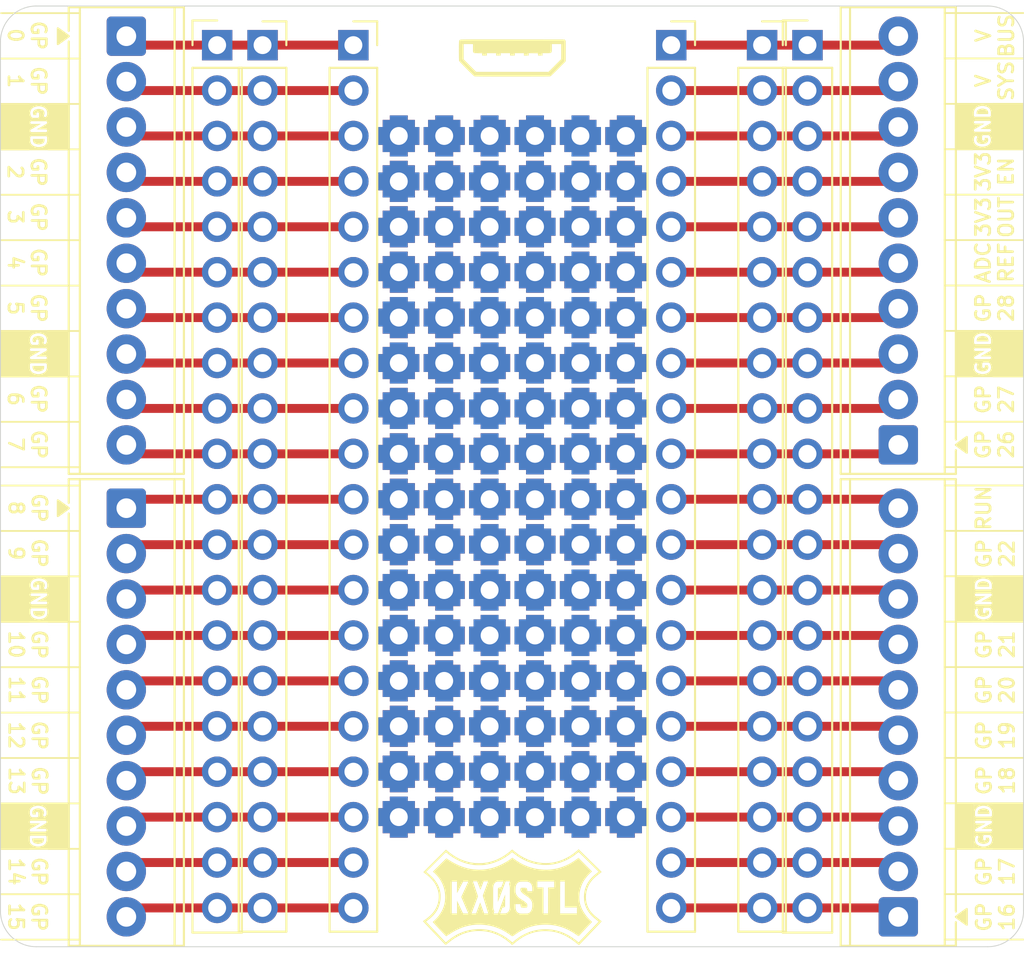
<source format=kicad_pcb>
(kicad_pcb (version 20241229) (generator "pcbnew") (generator_version "9.0")
  (layers (0 "F.Cu" signal) (2 "B.Cu" signal) (13 "F.Paste" user) (15 "B.Paste" user) (5 "F.SilkS" user "F.Silkscreen") (7 "B.SilkS" user "B.Silkscreen") (1 "F.Mask" user) (3 "B.Mask" user) (25 "Edge.Cuts" user))
  (net 0 "")
  (net 1 "/GP7")
  (net 2 "/GP14")
  (net 3 "/GP2")
  (net 4 "/GP13")
  (net 5 "/GP10")
  (net 6 "/GP8")
  (net 7 "/GND_8")
  (net 8 "/GP6")
  (net 9 "/GND_3")
  (net 10 "/GP11")
  (net 11 "/GND_18")
  (net 12 "/GP3")
  (net 13 "/GP12")
  (net 14 "/GP1")
  (net 15 "/GND_13")
  (net 16 "/GP15")
  (net 17 "/GP9")
  (net 18 "/GP4")
  (net 19 "/GP5")
  (net 20 "/GP0")
  (net 21 "/3V3_EN")
  (net 22 "/3V3(OUT)")
  (net 23 "/GND_33")
  (net 24 "/GP16")
  (net 25 "/GND_28")
  (net 26 "/VBUS")
  (net 27 "/RUN")
  (net 28 "/GP26")
  (net 29 "/GP27")
  (net 30 "/GP28")
  (net 31 "/GP22")
  (net 32 "/GP19")
  (net 33 "/GND_38")
  (net 34 "/GP18")
  (net 35 "/VSYS")
  (net 36 "/GP17")
  (net 37 "/GND_23")
  (net 38 "/ADC_VREF")
  (net 39 "/GP20")
  (net 40 "/GP21")
  (net 41 "Net-(J111-Pin_14)")
  (net 42 "Net-(J111-Pin_12)")
  (net 43 "Net-(J111-Pin_4)")
  (net 44 "Net-(J111-Pin_15)")
  (net 45 "Net-(J111-Pin_6)")
  (net 46 "Net-(J111-Pin_3)")
  (net 47 "Net-(J111-Pin_5)")
  (net 48 "Net-(J111-Pin_16)")
  (net 49 "Net-(J111-Pin_2)")
  (net 50 "Net-(J111-Pin_7)")
  (net 51 "Net-(J111-Pin_13)")
  (net 52 "Net-(J111-Pin_8)")
  (net 53 "Net-(J111-Pin_9)")
  (net 54 "Net-(J111-Pin_10)")
  (net 55 "Net-(J111-Pin_1)")
  (net 56 "Net-(J111-Pin_11)")
  (footprint "MountingHole:MountingHole_2.2mm_M2" (layer "F.Cu") (at 86.429934 58.954225)
    (property "Reference" "H101" (hide yes))
    (property "Value" "MountingHole")
  )
  (footprint "LOGO" (layer "F.Cu") (at 92.130116 59.055)
    (property "Reference" "G***" (hide yes))
    (property "Value" "LOGO" (hide yes))
  )
  (footprint "TerminalBlock_Phoenix:TerminalBlock_Phoenix_MPT-0,5-10-2.54_1x10_P2.54mm_Horizontal" (layer "F.Cu") (at 113.721295 107.097363 90)
    (property "Reference" "J108" (hide yes))
    (property "Value" "Screw_Terminal_01x20")
  )
  (footprint "MountingHole:MountingHole_2.2mm_M2" (layer "F.Cu") (at 97.830295 58.969726)
    (property "Reference" "H102" (hide yes))
    (property "Value" "MountingHole")
  )
  (footprint "Connector_PinHeader_2.54mm:PinHeader_1x20_P2.54mm_Vertical" (layer "F.Cu") (at 75.621295 58.337363)
    (property "Reference" "J105" (hide yes))
    (property "Value" "Conn_01x20")
  )
  (footprint "Connector_PinSocket_2.54mm:PinSocket_1x20_P2.54mm_Vertical" (layer "F.Cu") (at 83.241295 58.337363)
    (property "Reference" "J101" (hide yes))
    (property "Value" "Conn_01x20")
  )
  (footprint "MountingHole:MountingHole_2.2mm_M2" (layer "F.Cu") (at 86.431559 105.976621)
    (property "Reference" "H103" (hide yes))
    (property "Value" "MountingHole")
  )
  (footprint "Connector_PinSocket_2.54mm:PinSocket_1x20_P2.54mm_Vertical" (layer "F.Cu") (at 78.161295 58.337363)
    (property "Reference" "J103" (hide yes))
    (property "Value" "Conn_01x20")
  )
  (footprint "Connector_PinSocket_2.54mm:PinSocket_1x20_P2.54mm_Vertical" (layer "F.Cu") (at 106.101295 58.337363)
    (property "Reference" "J104" (hide yes))
    (property "Value" "Conn_01x20")
  )
  (footprint "libraries:Logo_10mm_inv" (layer "F.Cu") (at 92.130048 105.995041)
    (property "Reference" "G***" (hide yes))
    (property "Value" "LOGO" (hide yes))
  )
  (footprint "TerminalBlock_Phoenix:TerminalBlock_Phoenix_MPT-0,5-10-2.54_1x10_P2.54mm_Horizontal" (layer "F.Cu") (at 70.541295 84.237363 -90)
    (property "Reference" "J109" (hide yes))
    (property "Value" "Screw_Terminal_01x20")
  )
  (footprint "MountingHole:MountingHole_2.2mm_M2" (layer "F.Cu") (at 97.827603 105.962449)
    (property "Reference" "H104" (hide yes))
    (property "Value" "MountingHole")
  )
  (footprint "Connector_PinSocket_2.54mm:PinSocket_1x20_P2.54mm_Vertical" (layer "F.Cu") (at 101.021295 58.337363)
    (property "Reference" "J102" (hide yes))
    (property "Value" "Conn_01x20")
  )
  (footprint "TerminalBlock_Phoenix:TerminalBlock_Phoenix_MPT-0,5-10-2.54_1x10_P2.54mm_Horizontal" (layer "F.Cu") (at 70.541295 57.837363 -90)
    (property "Reference" "J107" (hide yes))
    (property "Value" "Screw_Terminal_01x20")
  )
  (footprint "TerminalBlock_Phoenix:TerminalBlock_Phoenix_MPT-0,5-10-2.54_1x10_P2.54mm_Horizontal" (layer "F.Cu") (at 113.721295 80.697363 90)
    (property "Reference" "J110" (hide yes))
    (property "Value" "Screw_Terminal_01x20")
  )
  (footprint "Connector_PinHeader_2.54mm:PinHeader_1x20_P2.54mm_Vertical" (layer "F.Cu") (at 108.641295 58.337363)
    (property "Reference" "J106" (hide yes))
    (property "Value" "Conn_01x20")
  )
  (footprint "Connector_PinHeader_2.54mm:PinHeader_1x16_P2.54mm_Vertical" (layer "B.Cu") (at 95.941295 63.417363 180)
    (property "Reference" "J115" (hide yes))
    (property "Value" "Conn_01x16")
  )
  (footprint "Connector_PinHeader_2.54mm:PinHeader_1x16_P2.54mm_Vertical" (layer "B.Cu") (at 90.861295 63.417363 180)
    (property "Reference" "J113" (hide yes))
    (property "Value" "Conn_01x16")
  )
  (footprint "Connector_PinHeader_2.54mm:PinHeader_1x16_P2.54mm_Vertical" (layer "B.Cu") (at 85.781295 63.417363 180)
    (property "Reference" "J111" (hide yes))
    (property "Value" "Conn_01x16")
  )
  (footprint "Connector_PinHeader_2.54mm:PinHeader_1x16_P2.54mm_Vertical" (layer "B.Cu") (at 93.401295 63.417363 180)
    (property "Reference" "J114" (hide yes))
    (property "Value" "Conn_01x16")
  )
  (footprint "Connector_PinHeader_2.54mm:PinHeader_1x16_P2.54mm_Vertical" (layer "B.Cu") (at 98.481295 63.417363 180)
    (property "Reference" "J116" (hide yes))
    (property "Value" "Conn_01x16")
  )
  (footprint "Connector_PinHeader_2.54mm:PinHeader_1x16_P2.54mm_Vertical" (layer "B.Cu") (at 88.321295 63.417363 180)
    (property "Reference" "J112" (hide yes))
    (property "Value" "Conn_01x16")
  )
  (gr_line (start 117.943283 103.235285) (end 119.02243 103.231575) (stroke (width 0.1)) (layer "F.SilkS"))
  (gr_rect (start 119.02243 74.321368) (end 120.710623 76.861368) (stroke (width 0.1)) (fill yes) (layer "F.SilkS"))
  (gr_line (start 117.943283 90.535283) (end 119.02243 90.531573) (stroke (width 0.1)) (layer "F.SilkS"))
  (gr_line (start 67.941294 82.971409) (end 63.537555 82.971409) (stroke (width 0.1)) (layer "F.SilkS"))
  (gr_line (start 116.328754 93.1257) (end 120.710623 93.1257) (stroke (width 0.1)) (layer "F.SilkS"))
  (gr_line (start 116.328754 85.5057) (end 120.710623 85.5057) (stroke (width 0.1)) (layer "F.SilkS"))
  (gr_line (start 65.092576 76.816661) (end 66.171723 76.812951) (stroke (width 0.1)) (layer "F.SilkS"))
  (gr_line (start 67.941294 85.511409) (end 63.537555 85.511409) (stroke (width 0.1)) (layer "F.SilkS"))
  (gr_line (start 116.321296 79.401368) (end 120.710623 79.401368) (stroke (width 0.1)) (layer "F.SilkS"))
  (gr_line (start 67.941295 81.947077) (end 63.537555 81.947077) (stroke (width 0.1)) (layer "F.SilkS"))
  (gr_line (start 116.321295 98.2057) (end 120.710623 98.2057) (stroke (width 0.1)) (layer "F.SilkS"))
  (gr_line (start 67.941295 61.627077) (end 63.537555 61.627077) (stroke (width 0.1)) (layer "F.SilkS"))
  (gr_rect (start 116.941295 61.621368) (end 117.872315 64.161368) (stroke (width 0.1)) (fill yes) (layer "F.SilkS"))
  (gr_line (start 67.941294 95.667363) (end 63.537555 95.671409) (stroke (width 0.1)) (layer "F.SilkS"))
  (gr_line (start 67.941294 88.051409) (end 63.537555 88.051409) (stroke (width 0.1)) (layer "F.SilkS"))
  (gr_line (start 67.941294 105.831409) (end 63.537555 105.831409) (stroke (width 0.1)) (layer "F.SilkS"))
  (gr_line (start 63.537555 108.371409) (end 67.941294 108.371409) (stroke (width 0.1)) (layer "F.SilkS"))
  (gr_rect (start 116.941295 74.321368) (end 117.872315 76.861368) (stroke (width 0.1)) (fill yes) (layer "F.SilkS"))
  (gr_rect (start 63.537555 74.327077) (end 65.092576 76.867077) (stroke (width 0.1)) (fill yes) (layer "F.SilkS"))
  (gr_rect (start 63.537555 100.751409) (end 65.092576 103.291409) (stroke (width 0.1)) (fill yes) (layer "F.SilkS"))
  (gr_line (start 65.092576 103.240993) (end 66.171723 103.237283) (stroke (width 0.1)) (layer "F.SilkS"))
  (gr_rect (start 66.171723 88.051409) (end 67.321295 90.591409) (stroke (width 0.1)) (fill yes) (layer "F.SilkS"))
  (gr_line (start 116.311889 69.241368) (end 120.710623 69.241368) (stroke (width 0.1)) (layer "F.SilkS"))
  (gr_line (start 116.345618 90.5857) (end 120.710623 90.5857) (stroke (width 0.1)) (layer "F.SilkS"))
  (gr_rect (start 63.537555 61.627077) (end 65.092576 64.167077) (stroke (width 0.1)) (fill yes) (layer "F.SilkS"))
  (gr_line (start 116.334375 105.8257) (end 120.710623 105.8257) (stroke (width 0.1)) (layer "F.SilkS"))
  (gr_line (start 116.317511 103.2857) (end 120.710623 103.2857) (stroke (width 0.1)) (layer "F.SilkS"))
  (gr_line (start 116.311889 61.621368) (end 120.710623 61.621368) (stroke (width 0.1)) (layer "F.SilkS"))
  (gr_line (start 67.941295 66.707077) (end 63.537555 66.707077) (stroke (width 0.1)) (layer "F.SilkS"))
  (gr_line (start 67.941295 79.407077) (end 63.537555 79.407077) (stroke (width 0.1)) (layer "F.SilkS"))
  (gr_line (start 117.943283 76.810952) (end 119.02243 76.807242) (stroke (width 0.1)) (layer "F.SilkS"))
  (gr_line (start 67.941294 90.591409) (end 63.537555 90.591409) (stroke (width 0.1)) (layer "F.SilkS"))
  (gr_line (start 67.941294 103.291409) (end 63.537555 103.291409) (stroke (width 0.1)) (layer "F.SilkS"))
  (gr_line (start 116.328754 95.6657) (end 120.710623 95.6657) (stroke (width 0.1)) (layer "F.SilkS"))
  (gr_line (start 67.941294 93.131409) (end 63.537555 93.131409) (stroke (width 0.1)) (layer "F.SilkS"))
  (gr_line (start 67.948712 59.087077) (end 63.537555 59.087077) (stroke (width 0.1)) (layer "F.SilkS"))
  (gr_rect (start 119.02243 88.045699) (end 120.710623 90.585699) (stroke (width 0.1)) (fill yes) (layer "F.SilkS"))
  (gr_rect (start 66.171723 61.627077) (end 67.321295 64.167077) (stroke (width 0.1)) (fill yes) (layer "F.SilkS"))
  (gr_line (start 116.321296 59.081368) (end 120.710623 59.081368) (stroke (width 0.1)) (layer "F.SilkS"))
  (gr_line (start 63.537555 56.547077) (end 67.941295 56.546139) (stroke (width 0.1)) (layer "F.SilkS"))
  (gr_line (start 116.328754 100.745701) (end 120.710623 100.7457) (stroke (width 0.1)) (layer "F.SilkS"))
  (gr_line (start 120.710623 56.541368) (end 116.321296 56.541368) (stroke (width 0.1)) (layer "F.SilkS"))
  (gr_line (start 116.339997 82.9657) (end 120.710623 82.9657) (stroke (width 0.1)) (layer "F.SilkS"))
  (gr_line (start 65.092576 90.540993) (end 66.171723 90.537283) (stroke (width 0.1)) (layer "F.SilkS"))
  (gr_line (start 67.941294 100.751409) (end 63.537555 100.751409) (stroke (width 0.1)) (layer "F.SilkS"))
  (gr_line (start 67.941295 76.867077) (end 63.537555 76.867077) (stroke (width 0.1)) (layer "F.SilkS"))
  (gr_rect (start 66.171723 74.327077) (end 67.321295 76.867077) (stroke (width 0.1)) (fill yes) (layer "F.SilkS"))
  (gr_rect (start 119.02243 100.745701) (end 120.710623 103.285701) (stroke (width 0.1)) (fill yes) (layer "F.SilkS"))
  (gr_line (start 116.311889 81.941368) (end 120.710623 81.941368) (stroke (width 0.1)) (layer "F.SilkS"))
  (gr_rect (start 66.171723 100.751409) (end 67.321295 103.291409) (stroke (width 0.1)) (fill yes) (layer "F.SilkS"))
  (gr_rect (start 63.537555 88.051409) (end 65.092576 90.591409) (stroke (width 0.1)) (fill yes) (layer "F.SilkS"))
  (gr_line (start 67.941294 98.211409) (end 63.537555 98.211409) (stroke (width 0.1)) (layer "F.SilkS"))
  (gr_line (start 116.321295 88.045699) (end 120.710623 88.0457) (stroke (width 0.1)) (layer "F.SilkS"))
  (gr_line (start 67.941295 71.787077) (end 63.537555 71.787077) (stroke (width 0.1)) (layer "F.SilkS"))
  (gr_line (start 116.328754 66.701369) (end 120.710623 66.701368) (stroke (width 0.1)) (layer "F.SilkS"))
  (gr_line (start 116.334375 64.161368) (end 120.710623 64.161368) (stroke (width 0.1)) (layer "F.SilkS"))
  (gr_line (start 116.35124 71.781368) (end 120.710623 71.781368) (stroke (width 0.1)) (layer "F.SilkS"))
  (gr_line (start 117.943283 64.110952) (end 119.02243 64.107242) (stroke (width 0.1)) (layer "F.SilkS"))
  (gr_rect (start 119.02243 61.621368) (end 120.710623 64.161368) (stroke (width 0.1)) (fill yes) (layer "F.SilkS"))
  (gr_line (start 116.345618 74.321368) (end 120.710623 74.321368) (stroke (width 0.1)) (layer "F.SilkS"))
  (gr_line (start 120.710623 108.3657) (end 116.321295 108.366103) (stroke (width 0.1)) (layer "F.SilkS"))
  (gr_line (start 116.317511 76.861367) (end 120.710623 76.861368) (stroke (width 0.1)) (layer "F.SilkS"))
  (gr_line (start 67.941295 69.247077) (end 63.537555 69.247077) (stroke (width 0.1)) (layer "F.SilkS"))
  (gr_rect (start 116.941295 100.745701) (end 117.872315 103.285701) (stroke (width 0.1)) (fill yes) (layer "F.SilkS"))
  (gr_rect (start 116.941295 88.045699) (end 117.872315 90.585699) (stroke (width 0.1)) (fill yes) (layer "F.SilkS"))
  (gr_line (start 67.941295 64.167077) (end 63.537555 64.167077) (stroke (width 0.1)) (layer "F.SilkS"))
  (gr_line (start 67.941295 74.327077) (end 63.537555 74.327077) (stroke (width 0.1)) (layer "F.SilkS"))
  (gr_line (start 65.092576 64.116661) (end 66.171723 64.112951) (stroke (width 0.1)) (layer "F.SilkS"))
  (gr_line (start 118.726106 108.766712) (end 65.5 108.766712) (stroke (width 0.05)) (layer "Edge.Cuts"))
  (gr_arc (start 63.5 58.15007) (mid 64.085786 56.735856) (end 65.5 56.15007) (stroke (width 0.05)) (layer "Edge.Cuts"))
  (gr_arc (start 120.726106 106.766712) (mid 120.14032 108.180926) (end 118.726106 108.766712) (stroke (width 0.05)) (layer "Edge.Cuts"))
  (gr_line (start 65.5 56.15007) (end 118.726106 56.15007) (stroke (width 0.05)) (layer "Edge.Cuts"))
  (gr_line (start 120.726106 58.15007) (end 120.726106 106.766712) (stroke (width 0.05)) (layer "Edge.Cuts"))
  (gr_line (start 63.5 106.766712) (end 63.5 58.15007) (stroke (width 0.05)) (layer "Edge.Cuts"))
  (gr_arc (start 118.726106 56.15007) (mid 120.140326 56.735857) (end 120.726106 58.15007) (stroke (width 0.05)) (layer "Edge.Cuts"))
  (gr_arc (start 65.5 108.766712) (mid 64.085782 108.180926) (end 63.5 106.766712) (stroke (width 0.05)) (layer "Edge.Cuts"))
  (gr_text "GND" (at 118.056576 102.022193 90) (layer "F.SilkS" knockout) (effects (font (size 0.8 0.8) (thickness 0.15) (bold yes)) (justify top)))
  (gr_text "GP\n27" (at 118.004021 78.149366 90) (layer "F.SilkS") (effects (font (size 0.8 0.8) (thickness 0.15) (bold yes)) (justify top)))
  (gr_text "GP\n18" (at 118.056576 99.468054 90) (layer "F.SilkS") (effects (font (size 0.8 0.8) (thickness 0.15) (bold yes)) (justify top)))
  (gr_text "GP\n11" (at 66.148126 94.403355 270) (layer "F.SilkS") (effects (font (size 0.8 0.8) (thickness 0.15) (bold yes)) (justify top)))
  (gr_text "GND" (at 66.0721 62.897077 270) (layer "F.SilkS" knockout) (effects (font (size 0.8 0.8) (thickness 0.15) (bold yes)) (justify top)))
  (gr_text "GND" (at 118.046064 89.314572 90) (layer "F.SilkS" knockout) (effects (font (size 0.8 0.8) (thickness 0.15) (bold yes)) (justify top)))
  (gr_text "GP\n16" (at 118.045342 107.108181 90) (layer "F.SilkS") (effects (font (size 0.8 0.8) (thickness 0.15) (bold yes)) (justify top)))
  (gr_text "GP\n28" (at 118.004021 73.041093 90) (layer "F.SilkS") (effects (font (size 0.8 0.8) (thickness 0.15) (bold yes)) (justify top)))
  (gr_text "GP\n6" (at 66.095571 78.119365 270) (layer "F.SilkS") (effects (font (size 0.8 0.8) (thickness 0.15) (bold yes)) (justify top)))
  (gr_text "GP\n9" (at 66.137615 86.751455 270) (layer "F.SilkS") (effects (font (size 0.8 0.8) (thickness 0.15) (bold yes)) (justify top)))
  (gr_text "GP\n17" (at 118.046064 104.565818 90) (layer "F.SilkS") (effects (font (size 0.8 0.8) (thickness 0.15) (bold yes)) (justify top)))
  (gr_text "GP\n14" (at 66.137615 104.56735 270) (layer "F.SilkS") (effects (font (size 0.8 0.8) (thickness 0.15) (bold yes)) (justify top)))
  (gr_text "GND" (at 66.035136 102.021409 270) (layer "F.SilkS" knockout) (effects (font (size 0.8 0.8) (thickness 0.15) (bold yes)) (justify top)))
  (gr_text "GND" (at 66.052054 75.597077 270) (layer "F.SilkS" knockout) (effects (font (size 0.8 0.8) (thickness 0.15) (bold yes)) (justify top)))
  (gr_text "GP\n13" (at 66.148126 99.490608 270) (layer "F.SilkS") (effects (font (size 0.8 0.8) (thickness 0.15) (bold yes)) (justify top)))
  (gr_text "RUN" (at 118.025043 84.227318 90) (layer "F.SilkS") (effects (font (size 0.8 0.8) (thickness 0.15) (bold yes)) (justify top)))
  (gr_text "GP\n15" (at 66.127104 107.089954 270) (layer "F.SilkS") (effects (font (size 0.8 0.8) (thickness 0.15) (bold yes)) (justify top)))
  (gr_text "GP\n21" (at 118.046064 91.858197 90) (layer "F.SilkS") (effects (font (size 0.8 0.8) (thickness 0.15) (bold yes)) (justify top)))
  (gr_text "3V3\nOUT" (at 118.004021 67.95384 90) (layer "F.SilkS") (effects (font (size 0.8 0.8) (thickness 0.15) (bold yes)) (justify top)))
  (gr_text "GND" (at 66.084878 89.305592 270) (layer "F.SilkS" knockout) (effects (font (size 0.8 0.8) (thickness 0.15) (bold yes)) (justify top)))
  (gr_text "GND" (at 117.99351 62.877099 90) (layer "F.SilkS" knockout) (effects (font (size 0.8 0.8) (thickness 0.15) (bold yes)) (justify top)))
  (gr_text "GP\n19" (at 118.046065 96.945451 90) (layer "F.SilkS") (effects (font (size 0.8 0.8) (thickness 0.15) (bold yes)) (justify top)))
  (gr_text "V\nSYS" (at 118.004021 60.333472 90) (layer "F.SilkS") (effects (font (size 0.8 0.8) (thickness 0.15) (bold yes)) (justify top)))
  (gr_text "GP\n4" (at 66.095571 70.498997 270) (layer "F.SilkS") (effects (font (size 0.8 0.8) (thickness 0.15) (bold yes)) (justify top)))
  (gr_text "GP\n1" (at 66.095571 60.335003 270) (layer "F.SilkS") (effects (font (size 0.8 0.8) (thickness 0.15) (bold yes)) (justify top)))
  (gr_text "GP\n5" (at 66.095571 73.042624 270) (layer "F.SilkS") (effects (font (size 0.8 0.8) (thickness 0.15) (bold yes)) (justify top)))
  (gr_text "GP\n8" (at 66.137615 84.221966 270) (layer "F.SilkS") (effects (font (size 0.8 0.8) (thickness 0.15) (bold yes)) (justify top)))
  (gr_text "GND" (at 118.004021 75.59523 90) (layer "F.SilkS" knockout) (effects (font (size 0.8 0.8) (thickness 0.15) (bold yes)) (justify top)))
  (gr_text "GP\n10" (at 66.137615 91.859729 270) (layer "F.SilkS") (effects (font (size 0.8 0.8) (thickness 0.15) (bold yes)) (justify top)))
  (gr_text "GP\n7" (at 66.116593 80.673503 270) (layer "F.SilkS") (effects (font (size 0.8 0.8) (thickness 0.15) (bold yes)) (justify top)))
  (gr_text "3V3\nEN" (at 117.99351 65.410214 90) (layer "F.SilkS") (effects (font (size 0.8 0.8) (thickness 0.15) (bold yes)) (justify top)))
  (gr_text "GP\n26" (at 118.004021 80.678856 90) (layer "F.SilkS") (effects (font (size 0.8 0.8) (thickness 0.15) (bold yes)) (justify top)))
  (gr_text "V\nBUS" (at 118.014532 57.810867 90) (layer "F.SilkS") (effects (font (size 0.8 0.8) (thickness 0.15) (bold yes)) (justify top)))
  (gr_text "GP\n0" (at 66.096294 57.79264 270) (layer "F.SilkS") (effects (font (size 0.8 0.8) (thickness 0.15) (bold yes)) (justify top)))
  (gr_text "GP\n22" (at 118.046064 86.781456 90) (layer "F.SilkS") (effects (font (size 0.8 0.8) (thickness 0.15) (bold yes)) (justify top)))
  (gr_text "GP\n3" (at 66.095571 67.955371 270) (layer "F.SilkS") (effects (font (size 0.8 0.8) (thickness 0.15) (bold yes)) (justify top)))
  (gr_text "GP\n12" (at 66.137615 96.946982 270) (layer "F.SilkS") (effects (font (size 0.8 0.8) (thickness 0.15) (bold yes)) (justify top)))
  (gr_text "ADC\nREF" (at 117.99351 70.497467 90) (layer "F.SilkS") (effects (font (size 0.8 0.8) (thickness 0.15) (bold yes)) (justify top)))
  (gr_text "GP\n20" (at 118.046064 94.401825 90) (layer "F.SilkS") (effects (font (size 0.8 0.8) (thickness 0.15) (bold yes)) (justify top)))
  (gr_text "GP\n2" (at 66.08506 65.432767 270) (layer "F.SilkS") (effects (font (size 0.8 0.8) (thickness 0.15) (bold yes)) (justify top)))
  (segment (start 83.241295 81.197363) (end 71.041295 81.197363) (width 0.5) (layer "F.Cu") (net 1))
  (segment (start 71.041295 81.197363) (end 70.541295 80.697363) (width 0.5) (layer "F.Cu") (net 1))
  (segment (start 71.041295 104.057363) (end 70.541295 104.557363) (width 0.5) (layer "F.Cu") (net 2))
  (segment (start 83.241295 104.057363) (end 71.041295 104.057363) (width 0.5) (layer "F.Cu") (net 2))
  (segment (start 83.241295 65.957363) (end 71.041295 65.957363) (width 0.5) (layer "F.Cu") (net 3))
  (segment (start 71.041295 65.957363) (end 70.541295 65.457363) (width 0.5) (layer "F.Cu") (net 3))
  (segment (start 83.241295 98.977363) (end 71.041295 98.977363) (width 0.5) (layer "F.Cu") (net 4))
  (segment (start 71.041295 98.977363) (end 70.541295 99.477363) (width 0.5) (layer "F.Cu") (net 4))
  (segment (start 83.241294 98.977364) (end 83.241295 98.977363) (width 0.5) (layer "F.Cu") (net 4))
  (segment (start 83.241295 91.357363) (end 71.041295 91.357363) (width 0.5) (layer "F.Cu") (net 5))
  (segment (start 71.041295 91.357363) (end 70.541295 91.857363) (width 0.5) (layer "F.Cu") (net 5))
  (segment (start 71.041295 83.737363) (end 70.541295 84.237363) (width 0.5) (layer "F.Cu") (net 6))
  (segment (start 83.241295 83.737363) (end 71.041295 83.737363) (width 0.5) (layer "F.Cu") (net 6))
  (segment (start 83.241295 76.117363) (end 71.041295 76.117363) (width 0.5) (layer "F.Cu") (net 7))
  (segment (start 83.241294 76.117364) (end 83.241295 76.117363) (width 0.5) (layer "F.Cu") (net 7))
  (segment (start 71.041295 76.117363) (end 70.541295 75.617363) (width 0.5) (layer "F.Cu") (net 7))
  (segment (start 71.041295 78.657363) (end 70.541295 78.157363) (width 0.5) (layer "F.Cu") (net 8))
  (segment (start 83.241295 78.657363) (end 71.041295 78.657363) (width 0.5) (layer "F.Cu") (net 8))
  (segment (start 83.241295 63.417363) (end 71.041295 63.417363) (width 0.5) (layer "F.Cu") (net 9))
  (segment (start 71.041295 63.417363) (end 70.541295 62.917363) (width 0.5) (layer "F.Cu") (net 9))
  (segment (start 70.541296 63.417363) (end 70.541295 63.417362) (width 0.5) (layer "F.Cu") (net 9))
  (segment (start 71.041295 93.897363) (end 70.541295 94.397363) (width 0.5) (layer "F.Cu") (net 10))
  (segment (start 83.241295 93.897363) (end 71.041295 93.897363) (width 0.5) (layer "F.Cu") (net 10))
  (segment (start 71.041296 101.517363) (end 70.541295 102.017364) (width 0.5) (layer "F.Cu") (net 11))
  (segment (start 83.241295 101.517363) (end 71.041296 101.517363) (width 0.5) (layer "F.Cu") (net 11))
  (segment (start 71.041295 68.497363) (end 70.541295 67.997363) (width 0.5) (layer "F.Cu") (net 12))
  (segment (start 83.241295 68.497363) (end 71.041295 68.497363) (width 0.5) (layer "F.Cu") (net 12))
  (segment (start 70.541296 96.437363) (end 70.541295 96.437362) (width 0.5) (layer "F.Cu") (net 13))
  (segment (start 83.241295 96.437363) (end 71.041295 96.437363) (width 0.5) (layer "F.Cu") (net 13))
  (segment (start 71.041295 96.437363) (end 70.541295 96.937363) (width 0.5) (layer "F.Cu") (net 13))
  (segment (start 83.241295 60.877363) (end 71.041295 60.877363) (width 0.5) (layer "F.Cu") (net 14))
  (segment (start 71.041295 60.877363) (end 70.541295 60.377363) (width 0.5) (layer "F.Cu") (net 14))
  (segment (start 71.041294 88.817363) (end 70.541295 89.317362) (width 0.5) (layer "F.Cu") (net 15))
  (segment (start 83.241295 88.817363) (end 71.041294 88.817363) (width 0.5) (layer "F.Cu") (net 15))
  (segment (start 71.041295 106.597363) (end 70.541295 107.097363) (width 0.5) (layer "F.Cu") (net 16))
  (segment (start 83.241295 106.597363) (end 71.041295 106.597363) (width 0.5) (layer "F.Cu") (net 16))
  (segment (start 71.041295 86.277363) (end 70.541295 86.777363) (width 0.5) (layer "F.Cu") (net 17))
  (segment (start 83.241294 86.277362) (end 83.241295 86.277363) (width 0.5) (layer "F.Cu") (net 17))
  (segment (start 83.241295 86.277363) (end 71.041295 86.277363) (width 0.5) (layer "F.Cu") (net 17))
  (segment (start 71.041295 71.037363) (end 70.541295 70.537363) (width 0.5) (layer "F.Cu") (net 18))
  (segment (start 83.241295 71.037363) (end 71.041295 71.037363) (width 0.5) (layer "F.Cu") (net 18))
  (segment (start 71.041295 73.577363) (end 70.541295 73.077363) (width 0.5) (layer "F.Cu") (net 19))
  (segment (start 83.241295 73.577363) (end 71.041295 73.577363) (width 0.5) (layer "F.Cu") (net 19))
  (segment (start 71.041295 58.337363) (end 70.541295 57.837363) (width 0.5) (layer "F.Cu") (net 20))
  (segment (start 83.241295 58.337363) (end 71.041295 58.337363) (width 0.5) (layer "F.Cu") (net 20))
  (segment (start 101.021296 65.957362) (end 101.021295 65.957363) (width 0.5) (layer "F.Cu") (net 21))
  (segment (start 101.021295 65.957363) (end 113.221295 65.957363) (width 0.5) (layer "F.Cu") (net 21))
  (segment (start 113.221295 65.957363) (end 113.721295 65.457363) (width 0.5) (layer "F.Cu") (net 21))
  (segment (start 101.021295 68.497363) (end 113.221295 68.497363) (width 0.5) (layer "F.Cu") (net 22))
  (segment (start 113.221295 68.497363) (end 113.721295 67.997363) (width 0.5) (layer "F.Cu") (net 22))
  (segment (start 113.721294 68.497363) (end 113.721295 68.497364) (width 0.5) (layer "F.Cu") (net 22))
  (segment (start 113.221296 76.117363) (end 113.721295 75.617364) (width 0.5) (layer "F.Cu") (net 23))
  (segment (start 101.021295 76.117363) (end 113.221296 76.117363) (width 0.5) (layer "F.Cu") (net 23))
  (segment (start 113.221295 106.597363) (end 113.721295 107.097363) (width 0.5) (layer "F.Cu") (net 24))
  (segment (start 101.021295 106.597363) (end 113.221295 106.597363) (width 0.5) (layer "F.Cu") (net 24))
  (segment (start 113.721294 88.817363) (end 113.721295 88.817362) (width 0.5) (layer "F.Cu") (net 25))
  (segment (start 113.221295 88.817363) (end 113.721295 89.317363) (width 0.5) (layer "F.Cu") (net 25))
  (segment (start 101.021295 88.817363) (end 113.221295 88.817363) (width 0.5) (layer "F.Cu") (net 25))
  (segment (start 113.221295 58.337363) (end 113.721295 57.837363) (width 0.5) (layer "F.Cu") (net 26))
  (segment (start 101.021295 58.337363) (end 113.221295 58.337363) (width 0.5) (layer "F.Cu") (net 26))
  (segment (start 113.221295 83.737363) (end 113.721295 84.237363) (width 0.5) (layer "F.Cu") (net 27))
  (segment (start 101.021295 83.737363) (end 113.221295 83.737363) (width 0.5) (layer "F.Cu") (net 27))
  (segment (start 113.221295 81.197363) (end 113.721295 80.697363) (width 0.5) (layer "F.Cu") (net 28))
  (segment (start 101.021295 81.197363) (end 113.221295 81.197363) (width 0.5) (layer "F.Cu") (net 28))
  (segment (start 101.021295 78.657363) (end 113.221295 78.657363) (width 0.5) (layer "F.Cu") (net 29))
  (segment (start 113.221295 78.657363) (end 113.721295 78.157363) (width 0.5) (layer "F.Cu") (net 29))
  (segment (start 113.721294 78.657363) (end 113.721295 78.657364) (width 0.5) (layer "F.Cu") (net 29))
  (segment (start 101.021295 73.577363) (end 113.221295 73.577363) (width 0.5) (layer "F.Cu") (net 30))
  (segment (start 113.221295 73.577363) (end 113.721295 73.077363) (width 0.5) (layer "F.Cu") (net 30))
  (segment (start 101.021295 86.277363) (end 113.221295 86.277363) (width 0.5) (layer "F.Cu") (net 31))
  (segment (start 113.221295 86.277363) (end 113.721295 86.777363) (width 0.5) (layer "F.Cu") (net 31))
  (segment (start 101.021295 96.437363) (end 113.221295 96.437363) (width 0.5) (layer "F.Cu") (net 32))
  (segment (start 113.221295 96.437363) (end 113.721295 96.937363) (width 0.5) (layer "F.Cu") (net 32))
  (segment (start 101.021295 63.417363) (end 113.221294 63.417363) (width 0.5) (layer "F.Cu") (net 33))
  (segment (start 113.221294 63.417363) (end 113.721295 62.917362) (width 0.5) (layer "F.Cu") (net 33))
  (segment (start 101.021295 98.977363) (end 113.221295 98.977363) (width 0.5) (layer "F.Cu") (net 34))
  (segment (start 113.221295 98.977363) (end 113.721295 99.477363) (width 0.5) (layer "F.Cu") (net 34))
  (segment (start 101.021295 60.877363) (end 113.221295 60.877363) (width 0.5) (layer "F.Cu") (net 35))
  (segment (start 113.221295 60.877363) (end 113.721295 60.377363) (width 0.5) (layer "F.Cu") (net 35))
  (segment (start 101.021295 104.057363) (end 113.221295 104.057363) (width 0.5) (layer "F.Cu") (net 36))
  (segment (start 113.221295 104.057363) (end 113.721295 104.557363) (width 0.5) (layer "F.Cu") (net 36))
  (segment (start 101.021295 101.517363) (end 113.221295 101.517363) (width 0.5) (layer "F.Cu") (net 37))
  (segment (start 113.221295 101.517363) (end 113.721295 102.017363) (width 0.5) (layer "F.Cu") (net 37))
  (segment (start 101.021296 101.517364) (end 101.021295 101.517363) (width 0.5) (layer "F.Cu") (net 37))
  (segment (start 101.021295 71.037363) (end 113.221295 71.037363) (width 0.5) (layer "F.Cu") (net 38))
  (segment (start 113.221295 71.037363) (end 113.721295 70.537363) (width 0.5) (layer "F.Cu") (net 38))
  (segment (start 113.221295 93.897363) (end 113.721295 94.397363) (width 0.5) (layer "F.Cu") (net 39))
  (segment (start 101.021295 93.897363) (end 113.221295 93.897363) (width 0.5) (layer "F.Cu") (net 39))
  (segment (start 113.221295 91.357363) (end 113.721295 91.857363) (width 0.5) (layer "F.Cu") (net 40))
  (segment (start 101.021295 91.357363) (end 113.221295 91.357363) (width 0.5) (layer "F.Cu") (net 40))
)
</source>
